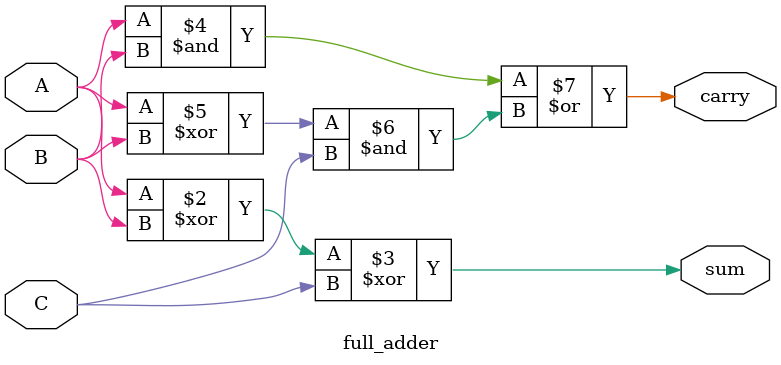
<source format=v>
`timescale 1ns/1ps

module full_adder (
    A, B, C,
    sum, carry
);
    
    input A, B, C;
    output reg sum, carry;

    always @(A or B or C) begin
        sum = A^B^C;
        carry = A&B | (A^B) & C;         
    end 

     `ifdef COCOTB_SIM
    initial begin
        $dumpfile ("full_adder.vcd");
        $dumpvars (0, full_adder);
        #1;
    end
`endif

endmodule
</source>
